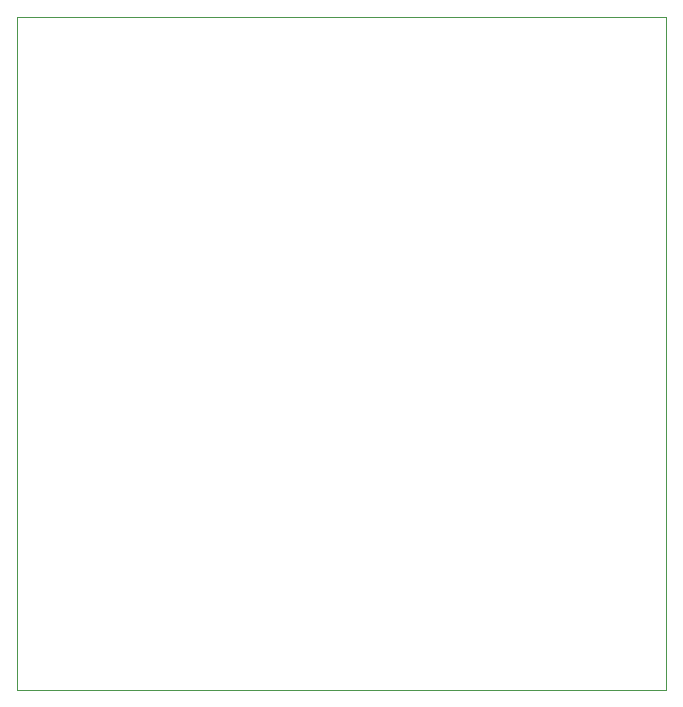
<source format=gbr>
G04 #@! TF.GenerationSoftware,KiCad,Pcbnew,(5.1.5)-3*
G04 #@! TF.CreationDate,2023-11-05T17:35:43+01:00*
G04 #@! TF.ProjectId,wemos_test_board_0,77656d6f-735f-4746-9573-745f626f6172,rev?*
G04 #@! TF.SameCoordinates,Original*
G04 #@! TF.FileFunction,Profile,NP*
%FSLAX46Y46*%
G04 Gerber Fmt 4.6, Leading zero omitted, Abs format (unit mm)*
G04 Created by KiCad (PCBNEW (5.1.5)-3) date 2023-11-05 17:35:43*
%MOMM*%
%LPD*%
G04 APERTURE LIST*
%ADD10C,0.050000*%
G04 APERTURE END LIST*
D10*
X117000000Y-55000000D02*
X117000000Y-112000000D01*
X172000000Y-112000000D02*
X117000000Y-112000000D01*
X172000000Y-55000000D02*
X172000000Y-112000000D01*
X117000000Y-55000000D02*
X172000000Y-55000000D01*
M02*

</source>
